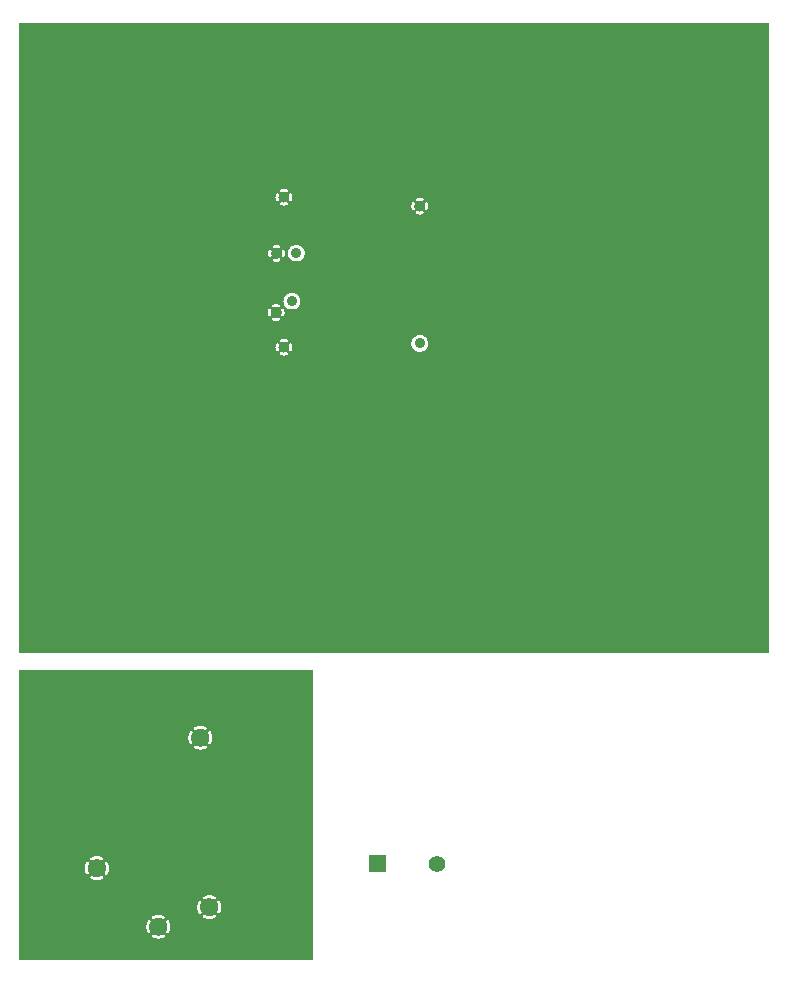
<source format=gbr>
G04 start of page 4 for group 3 idx 2 *
G04 Title: (unknown), 3GND *
G04 Creator: pcb 20110918 *
G04 CreationDate: Mon Oct 15 20:03:58 2012 UTC *
G04 For: fosse *
G04 Format: Gerber/RS-274X *
G04 PCB-Dimensions: 600000 500000 *
G04 PCB-Coordinate-Origin: lower left *
%MOIN*%
%FSLAX25Y25*%
%LNGROUP3*%
%ADD45C,0.0300*%
%ADD44C,0.0350*%
%ADD43C,0.0200*%
%ADD42C,0.0600*%
%ADD41C,0.0360*%
%ADD40C,0.0550*%
%ADD39C,0.0001*%
G54D39*G36*
X265883Y452559D02*X379973D01*
Y242559D01*
X265883D01*
Y344214D01*
X265894Y344227D01*
X266125Y344603D01*
X266293Y345010D01*
X266396Y345439D01*
X266422Y345878D01*
X266396Y346317D01*
X266293Y346746D01*
X266125Y347153D01*
X265894Y347529D01*
X265883Y347542D01*
Y390367D01*
X265951Y390381D01*
X266024Y390408D01*
X266093Y390447D01*
X266155Y390496D01*
X266208Y390554D01*
X266251Y390619D01*
X266283Y390691D01*
X266359Y390924D01*
X266413Y391164D01*
X266445Y391408D01*
X266456Y391653D01*
X266445Y391898D01*
X266413Y392142D01*
X266359Y392382D01*
X266285Y392616D01*
X266253Y392688D01*
X266209Y392753D01*
X266156Y392812D01*
X266094Y392861D01*
X266025Y392899D01*
X265951Y392927D01*
X265883Y392941D01*
Y452559D01*
G37*
G36*
Y242559D02*X263618D01*
Y343070D01*
X263622Y343069D01*
X264061Y343104D01*
X264490Y343207D01*
X264897Y343375D01*
X265273Y343606D01*
X265608Y343892D01*
X265883Y344214D01*
Y242559D01*
G37*
G36*
X263618Y452559D02*X265883D01*
Y392941D01*
X265874Y392943D01*
X265795Y392946D01*
X265716Y392937D01*
X265640Y392916D01*
X265568Y392883D01*
X265503Y392839D01*
X265444Y392786D01*
X265395Y392724D01*
X265357Y392655D01*
X265329Y392581D01*
X265313Y392504D01*
X265310Y392425D01*
X265319Y392346D01*
X265342Y392271D01*
X265391Y392121D01*
X265425Y391967D01*
X265446Y391811D01*
X265453Y391653D01*
X265446Y391495D01*
X265425Y391339D01*
X265391Y391185D01*
X265343Y391035D01*
X265321Y390959D01*
X265312Y390881D01*
X265315Y390803D01*
X265331Y390726D01*
X265358Y390652D01*
X265397Y390583D01*
X265446Y390522D01*
X265504Y390468D01*
X265569Y390425D01*
X265641Y390392D01*
X265717Y390371D01*
X265795Y390362D01*
X265873Y390365D01*
X265883Y390367D01*
Y347542D01*
X265608Y347864D01*
X265273Y348150D01*
X264897Y348381D01*
X264490Y348549D01*
X264061Y348652D01*
X263622Y348687D01*
X263618Y348686D01*
Y388852D01*
X263653Y388850D01*
X263898Y388861D01*
X264142Y388893D01*
X264382Y388947D01*
X264616Y389021D01*
X264688Y389053D01*
X264753Y389097D01*
X264812Y389150D01*
X264861Y389212D01*
X264899Y389281D01*
X264927Y389355D01*
X264943Y389432D01*
X264946Y389511D01*
X264937Y389590D01*
X264916Y389666D01*
X264883Y389738D01*
X264839Y389803D01*
X264786Y389862D01*
X264724Y389911D01*
X264655Y389949D01*
X264581Y389977D01*
X264504Y389993D01*
X264425Y389996D01*
X264346Y389987D01*
X264271Y389964D01*
X264121Y389915D01*
X263967Y389881D01*
X263811Y389860D01*
X263653Y389853D01*
X263618Y389855D01*
Y393451D01*
X263653Y393453D01*
X263811Y393446D01*
X263967Y393425D01*
X264121Y393391D01*
X264271Y393343D01*
X264347Y393321D01*
X264425Y393312D01*
X264503Y393315D01*
X264580Y393331D01*
X264654Y393358D01*
X264723Y393397D01*
X264784Y393446D01*
X264838Y393504D01*
X264881Y393569D01*
X264914Y393641D01*
X264935Y393717D01*
X264944Y393795D01*
X264941Y393873D01*
X264925Y393951D01*
X264898Y394024D01*
X264859Y394093D01*
X264810Y394155D01*
X264752Y394208D01*
X264687Y394251D01*
X264615Y394283D01*
X264382Y394359D01*
X264142Y394413D01*
X263898Y394445D01*
X263653Y394456D01*
X263618Y394454D01*
Y452559D01*
G37*
G36*
X261423Y344141D02*X261636Y343892D01*
X261971Y343606D01*
X262347Y343375D01*
X262754Y343207D01*
X263183Y343104D01*
X263618Y343070D01*
Y242559D01*
X261423D01*
Y344141D01*
G37*
G36*
Y452559D02*X263618D01*
Y394454D01*
X263408Y394445D01*
X263164Y394413D01*
X262924Y394359D01*
X262690Y394285D01*
X262618Y394253D01*
X262553Y394209D01*
X262494Y394156D01*
X262445Y394094D01*
X262407Y394025D01*
X262379Y393951D01*
X262363Y393874D01*
X262360Y393795D01*
X262369Y393716D01*
X262390Y393640D01*
X262423Y393568D01*
X262467Y393503D01*
X262520Y393444D01*
X262582Y393395D01*
X262651Y393357D01*
X262725Y393329D01*
X262802Y393313D01*
X262881Y393310D01*
X262960Y393319D01*
X263035Y393342D01*
X263185Y393391D01*
X263339Y393425D01*
X263495Y393446D01*
X263618Y393451D01*
Y389855D01*
X263495Y389860D01*
X263339Y389881D01*
X263185Y389915D01*
X263035Y389963D01*
X262959Y389985D01*
X262881Y389994D01*
X262803Y389991D01*
X262726Y389975D01*
X262652Y389948D01*
X262583Y389909D01*
X262522Y389860D01*
X262468Y389802D01*
X262425Y389737D01*
X262392Y389665D01*
X262371Y389589D01*
X262362Y389511D01*
X262365Y389433D01*
X262381Y389355D01*
X262408Y389282D01*
X262447Y389213D01*
X262496Y389151D01*
X262554Y389098D01*
X262619Y389055D01*
X262691Y389023D01*
X262924Y388947D01*
X263164Y388893D01*
X263408Y388861D01*
X263618Y388852D01*
Y348686D01*
X263183Y348652D01*
X262754Y348549D01*
X262347Y348381D01*
X261971Y348150D01*
X261636Y347864D01*
X261423Y347615D01*
Y390365D01*
X261432Y390363D01*
X261511Y390360D01*
X261590Y390369D01*
X261666Y390390D01*
X261738Y390423D01*
X261803Y390467D01*
X261862Y390520D01*
X261911Y390582D01*
X261949Y390651D01*
X261977Y390725D01*
X261993Y390802D01*
X261996Y390881D01*
X261987Y390960D01*
X261964Y391035D01*
X261915Y391185D01*
X261881Y391339D01*
X261860Y391495D01*
X261853Y391653D01*
X261860Y391811D01*
X261881Y391967D01*
X261915Y392121D01*
X261963Y392271D01*
X261985Y392347D01*
X261994Y392425D01*
X261991Y392503D01*
X261975Y392580D01*
X261948Y392654D01*
X261909Y392723D01*
X261860Y392784D01*
X261802Y392838D01*
X261737Y392881D01*
X261665Y392914D01*
X261589Y392935D01*
X261511Y392944D01*
X261433Y392941D01*
X261423Y392939D01*
Y452559D01*
G37*
G36*
X220576D02*X261423D01*
Y392939D01*
X261355Y392925D01*
X261282Y392898D01*
X261213Y392859D01*
X261151Y392810D01*
X261098Y392752D01*
X261055Y392687D01*
X261023Y392615D01*
X260947Y392382D01*
X260893Y392142D01*
X260861Y391898D01*
X260850Y391653D01*
X260861Y391408D01*
X260893Y391164D01*
X260947Y390924D01*
X261021Y390690D01*
X261053Y390618D01*
X261097Y390553D01*
X261150Y390494D01*
X261212Y390445D01*
X261281Y390407D01*
X261355Y390379D01*
X261423Y390365D01*
Y347615D01*
X261350Y347529D01*
X261119Y347153D01*
X260951Y346746D01*
X260848Y346317D01*
X260813Y345878D01*
X260848Y345439D01*
X260951Y345010D01*
X261119Y344603D01*
X261350Y344227D01*
X261423Y344141D01*
Y242559D01*
X220576D01*
Y343368D01*
X220644Y343382D01*
X220717Y343409D01*
X220786Y343448D01*
X220848Y343497D01*
X220901Y343555D01*
X220944Y343620D01*
X220976Y343692D01*
X221052Y343925D01*
X221106Y344165D01*
X221138Y344409D01*
X221149Y344654D01*
X221138Y344899D01*
X221106Y345143D01*
X221052Y345383D01*
X220978Y345617D01*
X220946Y345689D01*
X220902Y345754D01*
X220849Y345813D01*
X220787Y345862D01*
X220718Y345900D01*
X220644Y345928D01*
X220576Y345942D01*
Y357225D01*
X221000Y357191D01*
X221439Y357226D01*
X221868Y357329D01*
X222275Y357497D01*
X222651Y357728D01*
X222986Y358014D01*
X223272Y358349D01*
X223503Y358725D01*
X223671Y359132D01*
X223774Y359561D01*
X223800Y360000D01*
X223774Y360439D01*
X223671Y360868D01*
X223503Y361275D01*
X223272Y361651D01*
X222986Y361986D01*
X222651Y362272D01*
X222275Y362503D01*
X221868Y362671D01*
X221439Y362774D01*
X221000Y362809D01*
X220576Y362775D01*
Y373961D01*
X220849Y373728D01*
X221225Y373497D01*
X221632Y373329D01*
X222061Y373226D01*
X222500Y373191D01*
X222939Y373226D01*
X223368Y373329D01*
X223775Y373497D01*
X224151Y373728D01*
X224486Y374014D01*
X224772Y374349D01*
X225003Y374725D01*
X225171Y375132D01*
X225274Y375561D01*
X225300Y376000D01*
X225274Y376439D01*
X225171Y376868D01*
X225003Y377275D01*
X224772Y377651D01*
X224486Y377986D01*
X224151Y378272D01*
X223775Y378503D01*
X223368Y378671D01*
X222939Y378774D01*
X222500Y378809D01*
X222061Y378774D01*
X221632Y378671D01*
X221225Y378503D01*
X220849Y378272D01*
X220576Y378039D01*
Y393367D01*
X220645Y393381D01*
X220718Y393408D01*
X220787Y393447D01*
X220849Y393496D01*
X220902Y393554D01*
X220945Y393619D01*
X220977Y393691D01*
X221053Y393924D01*
X221107Y394164D01*
X221139Y394408D01*
X221150Y394653D01*
X221139Y394898D01*
X221107Y395142D01*
X221053Y395382D01*
X220979Y395616D01*
X220947Y395688D01*
X220903Y395753D01*
X220850Y395812D01*
X220788Y395861D01*
X220719Y395899D01*
X220645Y395927D01*
X220576Y395941D01*
Y452559D01*
G37*
G36*
X218136D02*X220576D01*
Y395941D01*
X220568Y395943D01*
X220489Y395946D01*
X220410Y395937D01*
X220334Y395916D01*
X220262Y395883D01*
X220197Y395839D01*
X220138Y395786D01*
X220089Y395724D01*
X220051Y395655D01*
X220023Y395581D01*
X220007Y395504D01*
X220004Y395425D01*
X220013Y395346D01*
X220036Y395271D01*
X220085Y395121D01*
X220119Y394967D01*
X220140Y394811D01*
X220147Y394653D01*
X220140Y394495D01*
X220119Y394339D01*
X220085Y394185D01*
X220037Y394035D01*
X220015Y393959D01*
X220006Y393881D01*
X220009Y393803D01*
X220025Y393726D01*
X220052Y393652D01*
X220091Y393583D01*
X220140Y393522D01*
X220198Y393468D01*
X220263Y393425D01*
X220335Y393392D01*
X220411Y393371D01*
X220489Y393362D01*
X220567Y393365D01*
X220576Y393367D01*
Y378039D01*
X220514Y377986D01*
X220228Y377651D01*
X219997Y377275D01*
X219829Y376868D01*
X219726Y376439D01*
X219691Y376000D01*
X219726Y375561D01*
X219829Y375132D01*
X219997Y374725D01*
X220228Y374349D01*
X220514Y374014D01*
X220576Y373961D01*
Y362775D01*
X220561Y362774D01*
X220132Y362671D01*
X219725Y362503D01*
X219349Y362272D01*
X219014Y361986D01*
X218728Y361651D01*
X218497Y361275D01*
X218329Y360868D01*
X218226Y360439D01*
X218191Y360000D01*
X218226Y359561D01*
X218329Y359132D01*
X218497Y358725D01*
X218728Y358349D01*
X219014Y358014D01*
X219349Y357728D01*
X219725Y357497D01*
X220132Y357329D01*
X220561Y357226D01*
X220576Y357225D01*
Y345942D01*
X220567Y345944D01*
X220488Y345947D01*
X220409Y345938D01*
X220333Y345917D01*
X220261Y345884D01*
X220196Y345840D01*
X220137Y345787D01*
X220088Y345725D01*
X220050Y345656D01*
X220022Y345582D01*
X220006Y345505D01*
X220003Y345426D01*
X220012Y345347D01*
X220035Y345272D01*
X220084Y345122D01*
X220118Y344968D01*
X220139Y344812D01*
X220146Y344654D01*
X220139Y344496D01*
X220118Y344340D01*
X220084Y344186D01*
X220036Y344036D01*
X220014Y343960D01*
X220005Y343882D01*
X220008Y343804D01*
X220024Y343727D01*
X220051Y343653D01*
X220090Y343584D01*
X220139Y343523D01*
X220197Y343469D01*
X220262Y343426D01*
X220334Y343393D01*
X220410Y343372D01*
X220488Y343363D01*
X220566Y343366D01*
X220576Y343368D01*
Y242559D01*
X218136D01*
Y341861D01*
X218346Y341851D01*
X218591Y341862D01*
X218835Y341894D01*
X219075Y341948D01*
X219309Y342022D01*
X219381Y342054D01*
X219446Y342098D01*
X219505Y342151D01*
X219554Y342213D01*
X219592Y342282D01*
X219620Y342356D01*
X219636Y342433D01*
X219639Y342512D01*
X219630Y342591D01*
X219609Y342667D01*
X219576Y342739D01*
X219532Y342804D01*
X219479Y342863D01*
X219417Y342912D01*
X219348Y342950D01*
X219274Y342978D01*
X219197Y342994D01*
X219118Y342997D01*
X219039Y342988D01*
X218964Y342965D01*
X218814Y342916D01*
X218660Y342882D01*
X218504Y342861D01*
X218346Y342854D01*
X218188Y342861D01*
X218136Y342868D01*
Y346440D01*
X218188Y346447D01*
X218346Y346454D01*
X218504Y346447D01*
X218660Y346426D01*
X218814Y346392D01*
X218964Y346344D01*
X219040Y346322D01*
X219118Y346313D01*
X219196Y346316D01*
X219273Y346332D01*
X219347Y346359D01*
X219416Y346398D01*
X219477Y346447D01*
X219531Y346505D01*
X219574Y346570D01*
X219607Y346642D01*
X219628Y346718D01*
X219637Y346796D01*
X219634Y346874D01*
X219618Y346952D01*
X219591Y347025D01*
X219552Y347094D01*
X219503Y347156D01*
X219445Y347209D01*
X219380Y347252D01*
X219308Y347284D01*
X219075Y347360D01*
X218835Y347414D01*
X218591Y347446D01*
X218346Y347457D01*
X218136Y347447D01*
Y354971D01*
X218150Y354976D01*
X218219Y355015D01*
X218281Y355064D01*
X218334Y355122D01*
X218377Y355187D01*
X218409Y355259D01*
X218485Y355492D01*
X218539Y355732D01*
X218571Y355976D01*
X218582Y356221D01*
X218571Y356466D01*
X218539Y356710D01*
X218485Y356950D01*
X218411Y357184D01*
X218379Y357256D01*
X218335Y357321D01*
X218282Y357380D01*
X218220Y357429D01*
X218151Y357467D01*
X218136Y357473D01*
Y374620D01*
X218204Y374634D01*
X218277Y374661D01*
X218346Y374700D01*
X218408Y374749D01*
X218461Y374807D01*
X218504Y374872D01*
X218536Y374944D01*
X218612Y375177D01*
X218666Y375417D01*
X218698Y375661D01*
X218709Y375906D01*
X218698Y376151D01*
X218666Y376395D01*
X218612Y376635D01*
X218538Y376869D01*
X218506Y376941D01*
X218462Y377006D01*
X218409Y377065D01*
X218347Y377114D01*
X218278Y377152D01*
X218204Y377180D01*
X218136Y377194D01*
Y391860D01*
X218347Y391850D01*
X218592Y391861D01*
X218836Y391893D01*
X219076Y391947D01*
X219310Y392021D01*
X219382Y392053D01*
X219447Y392097D01*
X219506Y392150D01*
X219555Y392212D01*
X219593Y392281D01*
X219621Y392355D01*
X219637Y392432D01*
X219640Y392511D01*
X219631Y392590D01*
X219610Y392666D01*
X219577Y392738D01*
X219533Y392803D01*
X219480Y392862D01*
X219418Y392911D01*
X219349Y392949D01*
X219275Y392977D01*
X219198Y392993D01*
X219119Y392996D01*
X219040Y392987D01*
X218965Y392964D01*
X218815Y392915D01*
X218661Y392881D01*
X218505Y392860D01*
X218347Y392853D01*
X218189Y392860D01*
X218136Y392867D01*
Y396439D01*
X218189Y396446D01*
X218347Y396453D01*
X218505Y396446D01*
X218661Y396425D01*
X218815Y396391D01*
X218965Y396343D01*
X219041Y396321D01*
X219119Y396312D01*
X219197Y396315D01*
X219274Y396331D01*
X219348Y396358D01*
X219417Y396397D01*
X219478Y396446D01*
X219532Y396504D01*
X219575Y396569D01*
X219608Y396641D01*
X219629Y396717D01*
X219638Y396795D01*
X219635Y396873D01*
X219619Y396951D01*
X219592Y397024D01*
X219553Y397093D01*
X219504Y397155D01*
X219446Y397208D01*
X219381Y397251D01*
X219309Y397283D01*
X219076Y397359D01*
X218836Y397413D01*
X218592Y397445D01*
X218347Y397456D01*
X218136Y397446D01*
Y452559D01*
G37*
G36*
X215907D02*X218136D01*
Y397446D01*
X218102Y397445D01*
X217858Y397413D01*
X217618Y397359D01*
X217384Y397285D01*
X217312Y397253D01*
X217247Y397209D01*
X217188Y397156D01*
X217139Y397094D01*
X217101Y397025D01*
X217073Y396951D01*
X217057Y396874D01*
X217054Y396795D01*
X217063Y396716D01*
X217084Y396640D01*
X217117Y396568D01*
X217161Y396503D01*
X217214Y396444D01*
X217276Y396395D01*
X217345Y396357D01*
X217419Y396329D01*
X217496Y396313D01*
X217575Y396310D01*
X217654Y396319D01*
X217729Y396342D01*
X217879Y396391D01*
X218033Y396425D01*
X218136Y396439D01*
Y392867D01*
X218033Y392881D01*
X217879Y392915D01*
X217729Y392963D01*
X217653Y392985D01*
X217575Y392994D01*
X217497Y392991D01*
X217420Y392975D01*
X217346Y392948D01*
X217277Y392909D01*
X217216Y392860D01*
X217162Y392802D01*
X217119Y392737D01*
X217086Y392665D01*
X217065Y392589D01*
X217056Y392511D01*
X217059Y392433D01*
X217075Y392355D01*
X217102Y392282D01*
X217141Y392213D01*
X217190Y392151D01*
X217248Y392098D01*
X217313Y392055D01*
X217385Y392023D01*
X217618Y391947D01*
X217858Y391893D01*
X218102Y391861D01*
X218136Y391860D01*
Y377194D01*
X218127Y377196D01*
X218048Y377199D01*
X217969Y377190D01*
X217893Y377169D01*
X217821Y377136D01*
X217756Y377092D01*
X217697Y377039D01*
X217648Y376977D01*
X217610Y376908D01*
X217582Y376834D01*
X217566Y376757D01*
X217563Y376678D01*
X217572Y376599D01*
X217595Y376524D01*
X217644Y376374D01*
X217678Y376220D01*
X217699Y376064D01*
X217706Y375906D01*
X217699Y375748D01*
X217678Y375592D01*
X217644Y375438D01*
X217596Y375288D01*
X217574Y375212D01*
X217565Y375134D01*
X217568Y375056D01*
X217584Y374979D01*
X217611Y374905D01*
X217650Y374836D01*
X217699Y374775D01*
X217757Y374721D01*
X217822Y374678D01*
X217894Y374645D01*
X217970Y374624D01*
X218048Y374615D01*
X218126Y374618D01*
X218136Y374620D01*
Y357473D01*
X218077Y357495D01*
X218000Y357511D01*
X217921Y357514D01*
X217842Y357505D01*
X217766Y357484D01*
X217694Y357451D01*
X217629Y357407D01*
X217570Y357354D01*
X217521Y357292D01*
X217483Y357223D01*
X217455Y357149D01*
X217439Y357072D01*
X217436Y356993D01*
X217445Y356914D01*
X217468Y356839D01*
X217517Y356689D01*
X217551Y356535D01*
X217572Y356379D01*
X217579Y356221D01*
X217572Y356063D01*
X217551Y355907D01*
X217517Y355753D01*
X217469Y355603D01*
X217447Y355527D01*
X217438Y355449D01*
X217441Y355371D01*
X217457Y355294D01*
X217484Y355220D01*
X217523Y355151D01*
X217572Y355090D01*
X217630Y355036D01*
X217695Y354993D01*
X217767Y354960D01*
X217843Y354939D01*
X217921Y354930D01*
X217999Y354933D01*
X218077Y354949D01*
X218136Y354971D01*
Y347447D01*
X218101Y347446D01*
X217857Y347414D01*
X217617Y347360D01*
X217383Y347286D01*
X217311Y347254D01*
X217246Y347210D01*
X217187Y347157D01*
X217138Y347095D01*
X217100Y347026D01*
X217072Y346952D01*
X217056Y346875D01*
X217053Y346796D01*
X217062Y346717D01*
X217083Y346641D01*
X217116Y346569D01*
X217160Y346504D01*
X217213Y346445D01*
X217275Y346396D01*
X217344Y346358D01*
X217418Y346330D01*
X217495Y346314D01*
X217574Y346311D01*
X217653Y346320D01*
X217728Y346343D01*
X217878Y346392D01*
X218032Y346426D01*
X218136Y346440D01*
Y342868D01*
X218032Y342882D01*
X217878Y342916D01*
X217728Y342964D01*
X217652Y342986D01*
X217574Y342995D01*
X217496Y342992D01*
X217419Y342976D01*
X217345Y342949D01*
X217276Y342910D01*
X217215Y342861D01*
X217161Y342803D01*
X217118Y342738D01*
X217085Y342666D01*
X217064Y342590D01*
X217055Y342512D01*
X217058Y342434D01*
X217074Y342356D01*
X217101Y342283D01*
X217140Y342214D01*
X217189Y342152D01*
X217247Y342099D01*
X217312Y342056D01*
X217384Y342024D01*
X217617Y341948D01*
X217857Y341894D01*
X218101Y341862D01*
X218136Y341861D01*
Y242559D01*
X215907D01*
Y343445D01*
X215974Y343408D01*
X216048Y343380D01*
X216125Y343364D01*
X216204Y343361D01*
X216283Y343370D01*
X216359Y343391D01*
X216431Y343424D01*
X216496Y343468D01*
X216555Y343521D01*
X216604Y343583D01*
X216642Y343652D01*
X216670Y343726D01*
X216686Y343803D01*
X216689Y343882D01*
X216680Y343961D01*
X216657Y344036D01*
X216608Y344186D01*
X216574Y344340D01*
X216553Y344496D01*
X216546Y344654D01*
X216553Y344812D01*
X216574Y344968D01*
X216608Y345122D01*
X216656Y345272D01*
X216678Y345348D01*
X216687Y345426D01*
X216684Y345504D01*
X216668Y345581D01*
X216641Y345655D01*
X216602Y345724D01*
X216553Y345785D01*
X216495Y345839D01*
X216430Y345882D01*
X216358Y345915D01*
X216282Y345936D01*
X216204Y345945D01*
X216126Y345942D01*
X216048Y345926D01*
X215975Y345899D01*
X215907Y345861D01*
Y353424D01*
X216024Y353429D01*
X216268Y353461D01*
X216508Y353515D01*
X216742Y353589D01*
X216814Y353621D01*
X216879Y353665D01*
X216938Y353718D01*
X216987Y353780D01*
X217025Y353849D01*
X217053Y353923D01*
X217069Y354000D01*
X217072Y354079D01*
X217063Y354158D01*
X217042Y354234D01*
X217009Y354306D01*
X216965Y354371D01*
X216912Y354430D01*
X216850Y354479D01*
X216781Y354517D01*
X216707Y354545D01*
X216630Y354561D01*
X216551Y354564D01*
X216472Y354555D01*
X216397Y354532D01*
X216247Y354483D01*
X216093Y354449D01*
X215937Y354428D01*
X215907Y354427D01*
Y358015D01*
X215937Y358014D01*
X216093Y357993D01*
X216247Y357959D01*
X216397Y357911D01*
X216473Y357889D01*
X216551Y357880D01*
X216629Y357883D01*
X216706Y357899D01*
X216780Y357926D01*
X216849Y357965D01*
X216910Y358014D01*
X216964Y358072D01*
X217007Y358137D01*
X217040Y358209D01*
X217061Y358285D01*
X217070Y358363D01*
X217067Y358441D01*
X217051Y358519D01*
X217024Y358592D01*
X216985Y358661D01*
X216936Y358723D01*
X216878Y358776D01*
X216813Y358819D01*
X216741Y358851D01*
X216508Y358927D01*
X216268Y358981D01*
X216024Y359013D01*
X215907Y359018D01*
Y373103D01*
X216151Y373114D01*
X216395Y373146D01*
X216635Y373200D01*
X216869Y373274D01*
X216941Y373306D01*
X217006Y373350D01*
X217065Y373403D01*
X217114Y373465D01*
X217152Y373534D01*
X217180Y373608D01*
X217196Y373685D01*
X217199Y373764D01*
X217190Y373843D01*
X217169Y373919D01*
X217136Y373991D01*
X217092Y374056D01*
X217039Y374115D01*
X216977Y374164D01*
X216908Y374202D01*
X216834Y374230D01*
X216757Y374246D01*
X216678Y374249D01*
X216599Y374240D01*
X216524Y374217D01*
X216374Y374168D01*
X216220Y374134D01*
X216064Y374113D01*
X215907Y374106D01*
Y377706D01*
X216064Y377699D01*
X216220Y377678D01*
X216374Y377644D01*
X216524Y377596D01*
X216600Y377574D01*
X216678Y377565D01*
X216756Y377568D01*
X216833Y377584D01*
X216907Y377611D01*
X216976Y377650D01*
X217037Y377699D01*
X217091Y377757D01*
X217134Y377822D01*
X217167Y377894D01*
X217188Y377970D01*
X217197Y378048D01*
X217194Y378126D01*
X217178Y378204D01*
X217151Y378277D01*
X217112Y378346D01*
X217063Y378408D01*
X217005Y378461D01*
X216940Y378504D01*
X216868Y378536D01*
X216635Y378612D01*
X216395Y378666D01*
X216151Y378698D01*
X215907Y378709D01*
Y393445D01*
X215975Y393407D01*
X216049Y393379D01*
X216126Y393363D01*
X216205Y393360D01*
X216284Y393369D01*
X216360Y393390D01*
X216432Y393423D01*
X216497Y393467D01*
X216556Y393520D01*
X216605Y393582D01*
X216643Y393651D01*
X216671Y393725D01*
X216687Y393802D01*
X216690Y393881D01*
X216681Y393960D01*
X216658Y394035D01*
X216609Y394185D01*
X216575Y394339D01*
X216554Y394495D01*
X216547Y394653D01*
X216554Y394811D01*
X216575Y394967D01*
X216609Y395121D01*
X216657Y395271D01*
X216679Y395347D01*
X216688Y395425D01*
X216685Y395503D01*
X216669Y395580D01*
X216642Y395654D01*
X216603Y395723D01*
X216554Y395784D01*
X216496Y395838D01*
X216431Y395881D01*
X216359Y395914D01*
X216283Y395935D01*
X216205Y395944D01*
X216127Y395941D01*
X216049Y395925D01*
X215976Y395898D01*
X215907Y395859D01*
X215907Y395859D01*
Y452559D01*
G37*
G36*
X213676D02*X215907D01*
Y395859D01*
X215845Y395810D01*
X215792Y395752D01*
X215749Y395687D01*
X215717Y395615D01*
X215641Y395382D01*
X215587Y395142D01*
X215555Y394898D01*
X215544Y394653D01*
X215555Y394408D01*
X215587Y394164D01*
X215641Y393924D01*
X215715Y393690D01*
X215747Y393618D01*
X215791Y393553D01*
X215844Y393494D01*
X215906Y393445D01*
X215907Y393445D01*
Y378709D01*
X215906Y378709D01*
X215661Y378698D01*
X215417Y378666D01*
X215177Y378612D01*
X214943Y378538D01*
X214871Y378506D01*
X214806Y378462D01*
X214747Y378409D01*
X214698Y378347D01*
X214660Y378278D01*
X214632Y378204D01*
X214616Y378127D01*
X214613Y378048D01*
X214622Y377969D01*
X214643Y377893D01*
X214676Y377821D01*
X214720Y377756D01*
X214773Y377697D01*
X214835Y377648D01*
X214904Y377610D01*
X214978Y377582D01*
X215055Y377566D01*
X215134Y377563D01*
X215213Y377572D01*
X215288Y377595D01*
X215438Y377644D01*
X215592Y377678D01*
X215748Y377699D01*
X215906Y377706D01*
X215907Y377706D01*
Y374106D01*
X215906Y374106D01*
X215748Y374113D01*
X215592Y374134D01*
X215438Y374168D01*
X215288Y374216D01*
X215212Y374238D01*
X215134Y374247D01*
X215056Y374244D01*
X214979Y374228D01*
X214905Y374201D01*
X214836Y374162D01*
X214775Y374113D01*
X214721Y374055D01*
X214678Y373990D01*
X214645Y373918D01*
X214624Y373842D01*
X214615Y373764D01*
X214618Y373686D01*
X214634Y373608D01*
X214661Y373535D01*
X214700Y373466D01*
X214749Y373404D01*
X214807Y373351D01*
X214872Y373308D01*
X214944Y373276D01*
X215177Y373200D01*
X215417Y373146D01*
X215661Y373114D01*
X215906Y373103D01*
X215907Y373103D01*
Y359018D01*
X215779Y359024D01*
X215534Y359013D01*
X215290Y358981D01*
X215050Y358927D01*
X214816Y358853D01*
X214744Y358821D01*
X214679Y358777D01*
X214620Y358724D01*
X214571Y358662D01*
X214533Y358593D01*
X214505Y358519D01*
X214489Y358442D01*
X214486Y358363D01*
X214495Y358284D01*
X214516Y358208D01*
X214549Y358136D01*
X214593Y358071D01*
X214646Y358012D01*
X214708Y357963D01*
X214777Y357925D01*
X214851Y357897D01*
X214928Y357881D01*
X215007Y357878D01*
X215086Y357887D01*
X215161Y357910D01*
X215311Y357959D01*
X215465Y357993D01*
X215621Y358014D01*
X215779Y358021D01*
X215907Y358015D01*
Y354427D01*
X215779Y354421D01*
X215621Y354428D01*
X215465Y354449D01*
X215311Y354483D01*
X215161Y354531D01*
X215085Y354553D01*
X215007Y354562D01*
X214929Y354559D01*
X214852Y354543D01*
X214778Y354516D01*
X214709Y354477D01*
X214648Y354428D01*
X214594Y354370D01*
X214551Y354305D01*
X214518Y354233D01*
X214497Y354157D01*
X214488Y354079D01*
X214491Y354001D01*
X214507Y353923D01*
X214534Y353850D01*
X214573Y353781D01*
X214622Y353719D01*
X214680Y353666D01*
X214745Y353623D01*
X214817Y353591D01*
X215050Y353515D01*
X215290Y353461D01*
X215534Y353429D01*
X215779Y353418D01*
X215907Y353424D01*
Y345861D01*
X215906Y345860D01*
X215844Y345811D01*
X215791Y345753D01*
X215748Y345688D01*
X215716Y345616D01*
X215640Y345383D01*
X215586Y345143D01*
X215554Y344899D01*
X215543Y344654D01*
X215554Y344409D01*
X215586Y344165D01*
X215640Y343925D01*
X215714Y343691D01*
X215746Y343619D01*
X215790Y343554D01*
X215843Y343495D01*
X215905Y343446D01*
X215907Y343445D01*
Y242559D01*
X213676D01*
Y354933D01*
X213716Y354937D01*
X213792Y354958D01*
X213864Y354991D01*
X213929Y355035D01*
X213988Y355088D01*
X214037Y355150D01*
X214075Y355219D01*
X214103Y355293D01*
X214119Y355370D01*
X214122Y355449D01*
X214113Y355528D01*
X214090Y355603D01*
X214041Y355753D01*
X214007Y355907D01*
X213986Y356063D01*
X213979Y356221D01*
X213986Y356379D01*
X214007Y356535D01*
X214041Y356689D01*
X214089Y356839D01*
X214111Y356915D01*
X214120Y356993D01*
X214117Y357071D01*
X214101Y357148D01*
X214074Y357222D01*
X214035Y357291D01*
X213986Y357352D01*
X213928Y357406D01*
X213863Y357449D01*
X213791Y357482D01*
X213715Y357503D01*
X213676Y357508D01*
Y374618D01*
X213685Y374616D01*
X213764Y374613D01*
X213843Y374622D01*
X213919Y374643D01*
X213991Y374676D01*
X214056Y374720D01*
X214115Y374773D01*
X214164Y374835D01*
X214202Y374904D01*
X214230Y374978D01*
X214246Y375055D01*
X214249Y375134D01*
X214240Y375213D01*
X214217Y375288D01*
X214168Y375438D01*
X214134Y375592D01*
X214113Y375748D01*
X214106Y375906D01*
X214113Y376064D01*
X214134Y376220D01*
X214168Y376374D01*
X214216Y376524D01*
X214238Y376600D01*
X214247Y376678D01*
X214244Y376756D01*
X214228Y376833D01*
X214201Y376907D01*
X214162Y376976D01*
X214113Y377037D01*
X214055Y377091D01*
X213990Y377134D01*
X213918Y377167D01*
X213842Y377188D01*
X213764Y377197D01*
X213686Y377194D01*
X213676Y377192D01*
Y452559D01*
G37*
G36*
X129973D02*X213676D01*
Y377192D01*
X213608Y377178D01*
X213535Y377151D01*
X213466Y377112D01*
X213404Y377063D01*
X213351Y377005D01*
X213308Y376940D01*
X213276Y376868D01*
X213200Y376635D01*
X213146Y376395D01*
X213114Y376151D01*
X213103Y375906D01*
X213114Y375661D01*
X213146Y375417D01*
X213200Y375177D01*
X213274Y374943D01*
X213306Y374871D01*
X213350Y374806D01*
X213403Y374747D01*
X213465Y374698D01*
X213534Y374660D01*
X213608Y374632D01*
X213676Y374618D01*
Y357508D01*
X213637Y357512D01*
X213559Y357509D01*
X213481Y357493D01*
X213408Y357466D01*
X213339Y357427D01*
X213277Y357378D01*
X213224Y357320D01*
X213181Y357255D01*
X213149Y357183D01*
X213073Y356950D01*
X213019Y356710D01*
X212987Y356466D01*
X212976Y356221D01*
X212987Y355976D01*
X213019Y355732D01*
X213073Y355492D01*
X213147Y355258D01*
X213179Y355186D01*
X213223Y355121D01*
X213276Y355062D01*
X213338Y355013D01*
X213407Y354975D01*
X213481Y354947D01*
X213558Y354931D01*
X213637Y354928D01*
X213676Y354933D01*
Y242559D01*
X129973D01*
Y452559D01*
G37*
G36*
X196784Y237000D02*X228000D01*
Y140500D01*
X196784D01*
Y155869D01*
X196787Y155870D01*
X196855Y155909D01*
X196916Y155958D01*
X196969Y156017D01*
X197011Y156083D01*
X197174Y156408D01*
X197303Y156748D01*
X197401Y157098D01*
X197467Y157456D01*
X197500Y157818D01*
Y158182D01*
X197467Y158544D01*
X197401Y158902D01*
X197303Y159252D01*
X197174Y159592D01*
X197015Y159919D01*
X196972Y159985D01*
X196919Y160044D01*
X196857Y160094D01*
X196788Y160133D01*
X196784Y160135D01*
Y237000D01*
G37*
G36*
X193784D02*X196784D01*
Y160135D01*
X196714Y160161D01*
X196637Y160177D01*
X196558Y160181D01*
X196479Y160173D01*
X196403Y160152D01*
X196330Y160120D01*
X196264Y160077D01*
X196205Y160024D01*
X196156Y159962D01*
X196116Y159893D01*
X196088Y159819D01*
X196072Y159742D01*
X196068Y159663D01*
X196076Y159584D01*
X196097Y159507D01*
X196130Y159436D01*
X196253Y159193D01*
X196350Y158938D01*
X196423Y158676D01*
X196472Y158408D01*
X196497Y158136D01*
Y157864D01*
X196472Y157592D01*
X196423Y157324D01*
X196350Y157062D01*
X196253Y156807D01*
X196133Y156563D01*
X196100Y156491D01*
X196079Y156416D01*
X196071Y156337D01*
X196075Y156259D01*
X196091Y156182D01*
X196119Y156108D01*
X196158Y156040D01*
X196207Y155979D01*
X196266Y155926D01*
X196332Y155883D01*
X196404Y155851D01*
X196480Y155830D01*
X196558Y155822D01*
X196636Y155826D01*
X196713Y155842D01*
X196784Y155869D01*
Y140500D01*
X193784D01*
Y154009D01*
X194044Y154033D01*
X194402Y154099D01*
X194752Y154197D01*
X195092Y154326D01*
X195419Y154485D01*
X195485Y154528D01*
X195544Y154581D01*
X195594Y154643D01*
X195633Y154712D01*
X195661Y154786D01*
X195677Y154863D01*
X195681Y154942D01*
X195673Y155021D01*
X195652Y155097D01*
X195620Y155170D01*
X195577Y155236D01*
X195524Y155295D01*
X195462Y155344D01*
X195393Y155384D01*
X195319Y155412D01*
X195242Y155428D01*
X195163Y155432D01*
X195084Y155424D01*
X195007Y155403D01*
X194936Y155370D01*
X194693Y155247D01*
X194438Y155150D01*
X194176Y155077D01*
X193908Y155028D01*
X193784Y155017D01*
Y160983D01*
X193908Y160972D01*
X194176Y160923D01*
X194438Y160850D01*
X194693Y160753D01*
X194937Y160633D01*
X195009Y160600D01*
X195084Y160579D01*
X195163Y160571D01*
X195241Y160575D01*
X195318Y160591D01*
X195392Y160619D01*
X195460Y160658D01*
X195521Y160707D01*
X195574Y160766D01*
X195617Y160832D01*
X195649Y160904D01*
X195670Y160980D01*
X195678Y161058D01*
X195674Y161136D01*
X195658Y161213D01*
X195630Y161287D01*
X195591Y161355D01*
X195542Y161416D01*
X195483Y161469D01*
X195417Y161511D01*
X195092Y161674D01*
X194752Y161803D01*
X194402Y161901D01*
X194044Y161967D01*
X193784Y161991D01*
Y212369D01*
X193787Y212370D01*
X193855Y212409D01*
X193916Y212458D01*
X193969Y212517D01*
X194011Y212583D01*
X194174Y212908D01*
X194303Y213248D01*
X194401Y213598D01*
X194467Y213956D01*
X194500Y214318D01*
Y214682D01*
X194467Y215044D01*
X194401Y215402D01*
X194303Y215752D01*
X194174Y216092D01*
X194015Y216419D01*
X193972Y216485D01*
X193919Y216544D01*
X193857Y216594D01*
X193788Y216633D01*
X193784Y216635D01*
Y237000D01*
G37*
G36*
X190502D02*X193784D01*
Y216635D01*
X193714Y216661D01*
X193637Y216677D01*
X193558Y216681D01*
X193479Y216673D01*
X193403Y216652D01*
X193330Y216620D01*
X193264Y216577D01*
X193205Y216524D01*
X193156Y216462D01*
X193116Y216393D01*
X193088Y216319D01*
X193072Y216242D01*
X193068Y216163D01*
X193076Y216084D01*
X193097Y216007D01*
X193130Y215936D01*
X193253Y215693D01*
X193350Y215438D01*
X193423Y215176D01*
X193472Y214908D01*
X193497Y214636D01*
Y214364D01*
X193472Y214092D01*
X193423Y213824D01*
X193350Y213562D01*
X193253Y213307D01*
X193133Y213063D01*
X193100Y212991D01*
X193079Y212916D01*
X193071Y212837D01*
X193075Y212759D01*
X193091Y212682D01*
X193119Y212608D01*
X193158Y212540D01*
X193207Y212479D01*
X193266Y212426D01*
X193332Y212383D01*
X193404Y212351D01*
X193480Y212330D01*
X193558Y212322D01*
X193636Y212326D01*
X193713Y212342D01*
X193784Y212369D01*
Y161991D01*
X193682Y162000D01*
X193318D01*
X192956Y161967D01*
X192598Y161901D01*
X192248Y161803D01*
X191908Y161674D01*
X191581Y161515D01*
X191515Y161472D01*
X191456Y161419D01*
X191406Y161357D01*
X191367Y161288D01*
X191339Y161214D01*
X191323Y161137D01*
X191319Y161058D01*
X191327Y160979D01*
X191348Y160903D01*
X191380Y160830D01*
X191423Y160764D01*
X191476Y160705D01*
X191538Y160656D01*
X191607Y160616D01*
X191681Y160588D01*
X191758Y160572D01*
X191837Y160568D01*
X191916Y160576D01*
X191993Y160597D01*
X192064Y160630D01*
X192307Y160753D01*
X192562Y160850D01*
X192824Y160923D01*
X193092Y160972D01*
X193364Y160997D01*
X193636D01*
X193784Y160983D01*
Y155017D01*
X193636Y155003D01*
X193364D01*
X193092Y155028D01*
X192824Y155077D01*
X192562Y155150D01*
X192307Y155247D01*
X192063Y155367D01*
X191991Y155400D01*
X191915Y155421D01*
X191837Y155429D01*
X191759Y155425D01*
X191682Y155409D01*
X191608Y155381D01*
X191540Y155342D01*
X191479Y155293D01*
X191426Y155234D01*
X191383Y155168D01*
X191351Y155096D01*
X191330Y155020D01*
X191322Y154942D01*
X191326Y154864D01*
X191342Y154787D01*
X191370Y154713D01*
X191409Y154645D01*
X191458Y154584D01*
X191517Y154531D01*
X191583Y154489D01*
X191908Y154326D01*
X192248Y154197D01*
X192598Y154099D01*
X192956Y154033D01*
X193318Y154000D01*
X193682D01*
X193784Y154009D01*
Y140500D01*
X190502D01*
Y155825D01*
X190521Y155827D01*
X190597Y155848D01*
X190670Y155880D01*
X190736Y155923D01*
X190795Y155976D01*
X190844Y156038D01*
X190884Y156107D01*
X190912Y156181D01*
X190928Y156258D01*
X190932Y156337D01*
X190924Y156416D01*
X190903Y156493D01*
X190870Y156564D01*
X190747Y156807D01*
X190650Y157062D01*
X190577Y157324D01*
X190528Y157592D01*
X190503Y157864D01*
Y158136D01*
X190528Y158408D01*
X190577Y158676D01*
X190650Y158938D01*
X190747Y159193D01*
X190867Y159437D01*
X190900Y159509D01*
X190921Y159585D01*
X190929Y159663D01*
X190925Y159741D01*
X190909Y159818D01*
X190881Y159892D01*
X190842Y159960D01*
X190793Y160021D01*
X190734Y160074D01*
X190668Y160117D01*
X190596Y160149D01*
X190520Y160170D01*
X190502Y160172D01*
Y210500D01*
X190682D01*
X191044Y210533D01*
X191402Y210599D01*
X191752Y210697D01*
X192092Y210826D01*
X192419Y210985D01*
X192485Y211028D01*
X192544Y211081D01*
X192594Y211143D01*
X192633Y211212D01*
X192661Y211286D01*
X192677Y211363D01*
X192681Y211442D01*
X192673Y211521D01*
X192652Y211597D01*
X192620Y211670D01*
X192577Y211736D01*
X192524Y211795D01*
X192462Y211844D01*
X192393Y211884D01*
X192319Y211912D01*
X192242Y211928D01*
X192163Y211932D01*
X192084Y211924D01*
X192007Y211903D01*
X191936Y211870D01*
X191693Y211747D01*
X191438Y211650D01*
X191176Y211577D01*
X190908Y211528D01*
X190636Y211503D01*
X190502D01*
Y217497D01*
X190636D01*
X190908Y217472D01*
X191176Y217423D01*
X191438Y217350D01*
X191693Y217253D01*
X191937Y217133D01*
X192009Y217100D01*
X192084Y217079D01*
X192163Y217071D01*
X192241Y217075D01*
X192318Y217091D01*
X192392Y217119D01*
X192460Y217158D01*
X192521Y217207D01*
X192574Y217266D01*
X192617Y217332D01*
X192649Y217404D01*
X192670Y217480D01*
X192678Y217558D01*
X192674Y217636D01*
X192658Y217713D01*
X192630Y217787D01*
X192591Y217855D01*
X192542Y217916D01*
X192483Y217969D01*
X192417Y218011D01*
X192092Y218174D01*
X191752Y218303D01*
X191402Y218401D01*
X191044Y218467D01*
X190682Y218500D01*
X190502D01*
Y237000D01*
G37*
G36*
X187216D02*X190502D01*
Y218500D01*
X190318D01*
X189956Y218467D01*
X189598Y218401D01*
X189248Y218303D01*
X188908Y218174D01*
X188581Y218015D01*
X188515Y217972D01*
X188456Y217919D01*
X188406Y217857D01*
X188367Y217788D01*
X188339Y217714D01*
X188323Y217637D01*
X188319Y217558D01*
X188327Y217479D01*
X188348Y217403D01*
X188380Y217330D01*
X188423Y217264D01*
X188476Y217205D01*
X188538Y217156D01*
X188607Y217116D01*
X188681Y217088D01*
X188758Y217072D01*
X188837Y217068D01*
X188916Y217076D01*
X188993Y217097D01*
X189064Y217130D01*
X189307Y217253D01*
X189562Y217350D01*
X189824Y217423D01*
X190092Y217472D01*
X190364Y217497D01*
X190502D01*
Y211503D01*
X190364D01*
X190092Y211528D01*
X189824Y211577D01*
X189562Y211650D01*
X189307Y211747D01*
X189063Y211867D01*
X188991Y211900D01*
X188915Y211921D01*
X188837Y211929D01*
X188759Y211925D01*
X188682Y211909D01*
X188608Y211881D01*
X188540Y211842D01*
X188479Y211793D01*
X188426Y211734D01*
X188383Y211668D01*
X188351Y211596D01*
X188330Y211520D01*
X188322Y211442D01*
X188326Y211364D01*
X188342Y211287D01*
X188370Y211213D01*
X188409Y211145D01*
X188458Y211084D01*
X188517Y211031D01*
X188583Y210989D01*
X188908Y210826D01*
X189248Y210697D01*
X189598Y210599D01*
X189956Y210533D01*
X190318Y210500D01*
X190502D01*
Y160172D01*
X190442Y160178D01*
X190364Y160174D01*
X190287Y160158D01*
X190213Y160130D01*
X190145Y160091D01*
X190084Y160042D01*
X190031Y159983D01*
X189989Y159917D01*
X189826Y159592D01*
X189697Y159252D01*
X189599Y158902D01*
X189533Y158544D01*
X189500Y158182D01*
Y157818D01*
X189533Y157456D01*
X189599Y157098D01*
X189697Y156748D01*
X189826Y156408D01*
X189985Y156081D01*
X190028Y156015D01*
X190081Y155956D01*
X190143Y155906D01*
X190212Y155867D01*
X190286Y155839D01*
X190363Y155823D01*
X190442Y155819D01*
X190502Y155825D01*
Y140500D01*
X187216D01*
Y212365D01*
X187286Y212339D01*
X187363Y212323D01*
X187442Y212319D01*
X187521Y212327D01*
X187597Y212348D01*
X187670Y212380D01*
X187736Y212423D01*
X187795Y212476D01*
X187844Y212538D01*
X187884Y212607D01*
X187912Y212681D01*
X187928Y212758D01*
X187932Y212837D01*
X187924Y212916D01*
X187903Y212993D01*
X187870Y213064D01*
X187747Y213307D01*
X187650Y213562D01*
X187577Y213824D01*
X187528Y214092D01*
X187503Y214364D01*
Y214636D01*
X187528Y214908D01*
X187577Y215176D01*
X187650Y215438D01*
X187747Y215693D01*
X187867Y215937D01*
X187900Y216009D01*
X187921Y216085D01*
X187929Y216163D01*
X187925Y216241D01*
X187909Y216318D01*
X187881Y216392D01*
X187842Y216460D01*
X187793Y216521D01*
X187734Y216574D01*
X187668Y216617D01*
X187596Y216649D01*
X187520Y216670D01*
X187442Y216678D01*
X187364Y216674D01*
X187287Y216658D01*
X187216Y216631D01*
Y237000D01*
G37*
G36*
X179784D02*X187216D01*
Y216631D01*
X187213Y216630D01*
X187145Y216591D01*
X187084Y216542D01*
X187031Y216483D01*
X186989Y216417D01*
X186826Y216092D01*
X186697Y215752D01*
X186599Y215402D01*
X186533Y215044D01*
X186500Y214682D01*
Y214318D01*
X186533Y213956D01*
X186599Y213598D01*
X186697Y213248D01*
X186826Y212908D01*
X186985Y212581D01*
X187028Y212515D01*
X187081Y212456D01*
X187143Y212406D01*
X187212Y212367D01*
X187216Y212365D01*
Y140500D01*
X179784D01*
Y149369D01*
X179787Y149370D01*
X179855Y149409D01*
X179916Y149458D01*
X179969Y149517D01*
X180011Y149583D01*
X180174Y149908D01*
X180303Y150248D01*
X180401Y150598D01*
X180467Y150956D01*
X180500Y151318D01*
Y151682D01*
X180467Y152044D01*
X180401Y152402D01*
X180303Y152752D01*
X180174Y153092D01*
X180015Y153419D01*
X179972Y153485D01*
X179919Y153544D01*
X179857Y153594D01*
X179788Y153633D01*
X179784Y153635D01*
Y237000D01*
G37*
G36*
X176502D02*X179784D01*
Y153635D01*
X179714Y153661D01*
X179637Y153677D01*
X179558Y153681D01*
X179479Y153673D01*
X179403Y153652D01*
X179330Y153620D01*
X179264Y153577D01*
X179205Y153524D01*
X179156Y153462D01*
X179116Y153393D01*
X179088Y153319D01*
X179072Y153242D01*
X179068Y153163D01*
X179076Y153084D01*
X179097Y153007D01*
X179130Y152936D01*
X179253Y152693D01*
X179350Y152438D01*
X179423Y152176D01*
X179472Y151908D01*
X179497Y151636D01*
Y151364D01*
X179472Y151092D01*
X179423Y150824D01*
X179350Y150562D01*
X179253Y150307D01*
X179133Y150063D01*
X179100Y149991D01*
X179079Y149916D01*
X179071Y149837D01*
X179075Y149759D01*
X179091Y149682D01*
X179119Y149608D01*
X179158Y149540D01*
X179207Y149479D01*
X179266Y149426D01*
X179332Y149383D01*
X179404Y149351D01*
X179480Y149330D01*
X179558Y149322D01*
X179636Y149326D01*
X179713Y149342D01*
X179784Y149369D01*
Y140500D01*
X176502D01*
Y147500D01*
X176682D01*
X177044Y147533D01*
X177402Y147599D01*
X177752Y147697D01*
X178092Y147826D01*
X178419Y147985D01*
X178485Y148028D01*
X178544Y148081D01*
X178594Y148143D01*
X178633Y148212D01*
X178661Y148286D01*
X178677Y148363D01*
X178681Y148442D01*
X178673Y148521D01*
X178652Y148597D01*
X178620Y148670D01*
X178577Y148736D01*
X178524Y148795D01*
X178462Y148844D01*
X178393Y148884D01*
X178319Y148912D01*
X178242Y148928D01*
X178163Y148932D01*
X178084Y148924D01*
X178007Y148903D01*
X177936Y148870D01*
X177693Y148747D01*
X177438Y148650D01*
X177176Y148577D01*
X176908Y148528D01*
X176636Y148503D01*
X176502D01*
Y154497D01*
X176636D01*
X176908Y154472D01*
X177176Y154423D01*
X177438Y154350D01*
X177693Y154253D01*
X177937Y154133D01*
X178009Y154100D01*
X178084Y154079D01*
X178163Y154071D01*
X178241Y154075D01*
X178318Y154091D01*
X178392Y154119D01*
X178460Y154158D01*
X178521Y154207D01*
X178574Y154266D01*
X178617Y154332D01*
X178649Y154404D01*
X178670Y154480D01*
X178678Y154558D01*
X178674Y154636D01*
X178658Y154713D01*
X178630Y154787D01*
X178591Y154855D01*
X178542Y154916D01*
X178483Y154969D01*
X178417Y155011D01*
X178092Y155174D01*
X177752Y155303D01*
X177402Y155401D01*
X177044Y155467D01*
X176682Y155500D01*
X176502D01*
Y237000D01*
G37*
G36*
X173216D02*X176502D01*
Y155500D01*
X176318D01*
X175956Y155467D01*
X175598Y155401D01*
X175248Y155303D01*
X174908Y155174D01*
X174581Y155015D01*
X174515Y154972D01*
X174456Y154919D01*
X174406Y154857D01*
X174367Y154788D01*
X174339Y154714D01*
X174323Y154637D01*
X174319Y154558D01*
X174327Y154479D01*
X174348Y154403D01*
X174380Y154330D01*
X174423Y154264D01*
X174476Y154205D01*
X174538Y154156D01*
X174607Y154116D01*
X174681Y154088D01*
X174758Y154072D01*
X174837Y154068D01*
X174916Y154076D01*
X174993Y154097D01*
X175064Y154130D01*
X175307Y154253D01*
X175562Y154350D01*
X175824Y154423D01*
X176092Y154472D01*
X176364Y154497D01*
X176502D01*
Y148503D01*
X176364D01*
X176092Y148528D01*
X175824Y148577D01*
X175562Y148650D01*
X175307Y148747D01*
X175063Y148867D01*
X174991Y148900D01*
X174915Y148921D01*
X174837Y148929D01*
X174759Y148925D01*
X174682Y148909D01*
X174608Y148881D01*
X174540Y148842D01*
X174479Y148793D01*
X174426Y148734D01*
X174383Y148668D01*
X174351Y148596D01*
X174330Y148520D01*
X174322Y148442D01*
X174326Y148364D01*
X174342Y148287D01*
X174370Y148213D01*
X174409Y148145D01*
X174458Y148084D01*
X174517Y148031D01*
X174583Y147989D01*
X174908Y147826D01*
X175248Y147697D01*
X175598Y147599D01*
X175956Y147533D01*
X176318Y147500D01*
X176502D01*
Y140500D01*
X173216D01*
Y149365D01*
X173286Y149339D01*
X173363Y149323D01*
X173442Y149319D01*
X173521Y149327D01*
X173597Y149348D01*
X173670Y149380D01*
X173736Y149423D01*
X173795Y149476D01*
X173844Y149538D01*
X173884Y149607D01*
X173912Y149681D01*
X173928Y149758D01*
X173932Y149837D01*
X173924Y149916D01*
X173903Y149993D01*
X173870Y150064D01*
X173747Y150307D01*
X173650Y150562D01*
X173577Y150824D01*
X173528Y151092D01*
X173503Y151364D01*
Y151636D01*
X173528Y151908D01*
X173577Y152176D01*
X173650Y152438D01*
X173747Y152693D01*
X173867Y152937D01*
X173900Y153009D01*
X173921Y153085D01*
X173929Y153163D01*
X173925Y153241D01*
X173909Y153318D01*
X173881Y153392D01*
X173842Y153460D01*
X173793Y153521D01*
X173734Y153574D01*
X173668Y153617D01*
X173596Y153649D01*
X173520Y153670D01*
X173442Y153678D01*
X173364Y153674D01*
X173287Y153658D01*
X173216Y153631D01*
Y237000D01*
G37*
G36*
X159284D02*X173216D01*
Y153631D01*
X173213Y153630D01*
X173145Y153591D01*
X173084Y153542D01*
X173031Y153483D01*
X172989Y153417D01*
X172826Y153092D01*
X172697Y152752D01*
X172599Y152402D01*
X172533Y152044D01*
X172500Y151682D01*
Y151318D01*
X172533Y150956D01*
X172599Y150598D01*
X172697Y150248D01*
X172826Y149908D01*
X172985Y149581D01*
X173028Y149515D01*
X173081Y149456D01*
X173143Y149406D01*
X173212Y149367D01*
X173216Y149365D01*
Y140500D01*
X159284D01*
Y168869D01*
X159287Y168870D01*
X159355Y168909D01*
X159416Y168958D01*
X159469Y169017D01*
X159511Y169083D01*
X159674Y169408D01*
X159803Y169748D01*
X159901Y170098D01*
X159967Y170456D01*
X160000Y170818D01*
Y171182D01*
X159967Y171544D01*
X159901Y171902D01*
X159803Y172252D01*
X159674Y172592D01*
X159515Y172919D01*
X159472Y172985D01*
X159419Y173044D01*
X159357Y173094D01*
X159288Y173133D01*
X159284Y173135D01*
Y237000D01*
G37*
G36*
X156002D02*X159284D01*
Y173135D01*
X159214Y173161D01*
X159137Y173177D01*
X159058Y173181D01*
X158979Y173173D01*
X158903Y173152D01*
X158830Y173120D01*
X158764Y173077D01*
X158705Y173024D01*
X158656Y172962D01*
X158616Y172893D01*
X158588Y172819D01*
X158572Y172742D01*
X158568Y172663D01*
X158576Y172584D01*
X158597Y172507D01*
X158630Y172436D01*
X158753Y172193D01*
X158850Y171938D01*
X158923Y171676D01*
X158972Y171408D01*
X158997Y171136D01*
Y170864D01*
X158972Y170592D01*
X158923Y170324D01*
X158850Y170062D01*
X158753Y169807D01*
X158633Y169563D01*
X158600Y169491D01*
X158579Y169416D01*
X158571Y169337D01*
X158575Y169259D01*
X158591Y169182D01*
X158619Y169108D01*
X158658Y169040D01*
X158707Y168979D01*
X158766Y168926D01*
X158832Y168883D01*
X158904Y168851D01*
X158980Y168830D01*
X159058Y168822D01*
X159136Y168826D01*
X159213Y168842D01*
X159284Y168869D01*
Y140500D01*
X156002D01*
Y167000D01*
X156182D01*
X156544Y167033D01*
X156902Y167099D01*
X157252Y167197D01*
X157592Y167326D01*
X157919Y167485D01*
X157985Y167528D01*
X158044Y167581D01*
X158094Y167643D01*
X158133Y167712D01*
X158161Y167786D01*
X158177Y167863D01*
X158181Y167942D01*
X158173Y168021D01*
X158152Y168097D01*
X158120Y168170D01*
X158077Y168236D01*
X158024Y168295D01*
X157962Y168344D01*
X157893Y168384D01*
X157819Y168412D01*
X157742Y168428D01*
X157663Y168432D01*
X157584Y168424D01*
X157507Y168403D01*
X157436Y168370D01*
X157193Y168247D01*
X156938Y168150D01*
X156676Y168077D01*
X156408Y168028D01*
X156136Y168003D01*
X156002D01*
Y173997D01*
X156136D01*
X156408Y173972D01*
X156676Y173923D01*
X156938Y173850D01*
X157193Y173753D01*
X157437Y173633D01*
X157509Y173600D01*
X157584Y173579D01*
X157663Y173571D01*
X157741Y173575D01*
X157818Y173591D01*
X157892Y173619D01*
X157960Y173658D01*
X158021Y173707D01*
X158074Y173766D01*
X158117Y173832D01*
X158149Y173904D01*
X158170Y173980D01*
X158178Y174058D01*
X158174Y174136D01*
X158158Y174213D01*
X158130Y174287D01*
X158091Y174355D01*
X158042Y174416D01*
X157983Y174469D01*
X157917Y174511D01*
X157592Y174674D01*
X157252Y174803D01*
X156902Y174901D01*
X156544Y174967D01*
X156182Y175000D01*
X156002D01*
Y237000D01*
G37*
G36*
X152716D02*X156002D01*
Y175000D01*
X155818D01*
X155456Y174967D01*
X155098Y174901D01*
X154748Y174803D01*
X154408Y174674D01*
X154081Y174515D01*
X154015Y174472D01*
X153956Y174419D01*
X153906Y174357D01*
X153867Y174288D01*
X153839Y174214D01*
X153823Y174137D01*
X153819Y174058D01*
X153827Y173979D01*
X153848Y173903D01*
X153880Y173830D01*
X153923Y173764D01*
X153976Y173705D01*
X154038Y173656D01*
X154107Y173616D01*
X154181Y173588D01*
X154258Y173572D01*
X154337Y173568D01*
X154416Y173576D01*
X154493Y173597D01*
X154564Y173630D01*
X154807Y173753D01*
X155062Y173850D01*
X155324Y173923D01*
X155592Y173972D01*
X155864Y173997D01*
X156002D01*
Y168003D01*
X155864D01*
X155592Y168028D01*
X155324Y168077D01*
X155062Y168150D01*
X154807Y168247D01*
X154563Y168367D01*
X154491Y168400D01*
X154415Y168421D01*
X154337Y168429D01*
X154259Y168425D01*
X154182Y168409D01*
X154108Y168381D01*
X154040Y168342D01*
X153979Y168293D01*
X153926Y168234D01*
X153883Y168168D01*
X153851Y168096D01*
X153830Y168020D01*
X153822Y167942D01*
X153826Y167864D01*
X153842Y167787D01*
X153870Y167713D01*
X153909Y167645D01*
X153958Y167584D01*
X154017Y167531D01*
X154083Y167489D01*
X154408Y167326D01*
X154748Y167197D01*
X155098Y167099D01*
X155456Y167033D01*
X155818Y167000D01*
X156002D01*
Y140500D01*
X152716D01*
Y168865D01*
X152786Y168839D01*
X152863Y168823D01*
X152942Y168819D01*
X153021Y168827D01*
X153097Y168848D01*
X153170Y168880D01*
X153236Y168923D01*
X153295Y168976D01*
X153344Y169038D01*
X153384Y169107D01*
X153412Y169181D01*
X153428Y169258D01*
X153432Y169337D01*
X153424Y169416D01*
X153403Y169493D01*
X153370Y169564D01*
X153247Y169807D01*
X153150Y170062D01*
X153077Y170324D01*
X153028Y170592D01*
X153003Y170864D01*
Y171136D01*
X153028Y171408D01*
X153077Y171676D01*
X153150Y171938D01*
X153247Y172193D01*
X153367Y172437D01*
X153400Y172509D01*
X153421Y172585D01*
X153429Y172663D01*
X153425Y172741D01*
X153409Y172818D01*
X153381Y172892D01*
X153342Y172960D01*
X153293Y173021D01*
X153234Y173074D01*
X153168Y173117D01*
X153096Y173149D01*
X153020Y173170D01*
X152942Y173178D01*
X152864Y173174D01*
X152787Y173158D01*
X152716Y173131D01*
Y237000D01*
G37*
G36*
X130000D02*X152716D01*
Y173131D01*
X152713Y173130D01*
X152645Y173091D01*
X152584Y173042D01*
X152531Y172983D01*
X152489Y172917D01*
X152326Y172592D01*
X152197Y172252D01*
X152099Y171902D01*
X152033Y171544D01*
X152000Y171182D01*
Y170818D01*
X152033Y170456D01*
X152099Y170098D01*
X152197Y169748D01*
X152326Y169408D01*
X152485Y169081D01*
X152528Y169015D01*
X152581Y168956D01*
X152643Y168906D01*
X152712Y168867D01*
X152716Y168865D01*
Y140500D01*
X130000D01*
Y237000D01*
G37*
G36*
X246750Y175250D02*Y169750D01*
X252250D01*
Y175250D01*
X246750D01*
G37*
G54D40*X269500Y172500D03*
G54D41*X215906Y375906D03*
X215779Y356221D03*
X218346Y344654D03*
X263622Y345878D03*
X221000Y360000D03*
X218347Y394653D03*
X263653Y391653D03*
X222500Y376000D03*
G54D42*X190500Y214500D03*
X176500Y151500D03*
X156000Y171000D03*
X193500Y158000D03*
G54D43*G54D44*G54D45*M02*

</source>
